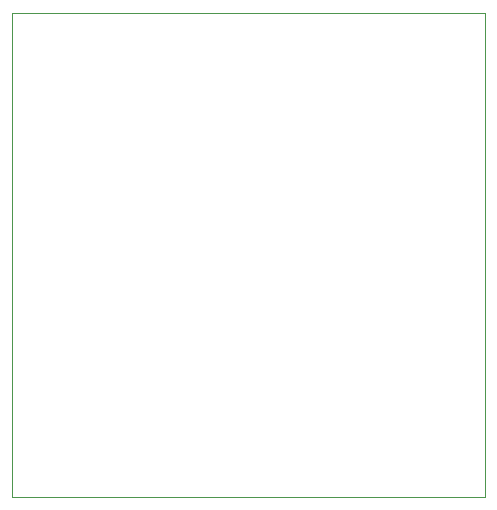
<source format=gm1>
G04 #@! TF.GenerationSoftware,KiCad,Pcbnew,7.0.8*
G04 #@! TF.CreationDate,2023-12-20T18:07:40+01:00*
G04 #@! TF.ProjectId,sx1255_eval,73783132-3535-45f6-9576-616c2e6b6963,rev?*
G04 #@! TF.SameCoordinates,Original*
G04 #@! TF.FileFunction,Profile,NP*
%FSLAX46Y46*%
G04 Gerber Fmt 4.6, Leading zero omitted, Abs format (unit mm)*
G04 Created by KiCad (PCBNEW 7.0.8) date 2023-12-20 18:07:40*
%MOMM*%
%LPD*%
G01*
G04 APERTURE LIST*
G04 #@! TA.AperFunction,Profile*
%ADD10C,0.100000*%
G04 #@! TD*
G04 APERTURE END LIST*
D10*
X164752000Y-73500000D02*
X124752000Y-73500000D01*
X124752000Y-73500000D02*
X124752000Y-114500000D01*
X124752000Y-114500000D02*
X164752000Y-114500000D01*
X164752000Y-114500000D02*
X164752000Y-73500000D01*
M02*

</source>
